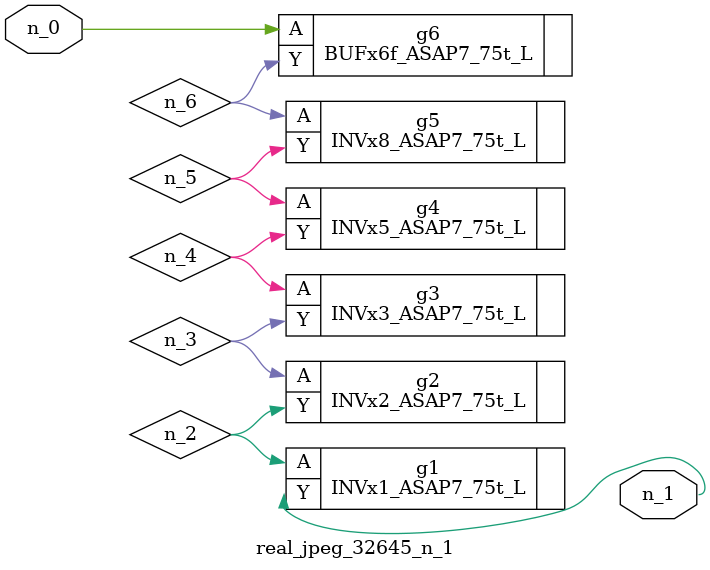
<source format=v>
module real_jpeg_32645_n_1 (n_0, n_1);

input n_0;

output n_1;

wire n_5;
wire n_4;
wire n_2;
wire n_6;
wire n_3;

BUFx6f_ASAP7_75t_L g6 ( 
.A(n_0),
.Y(n_6)
);

INVx1_ASAP7_75t_L g1 ( 
.A(n_2),
.Y(n_1)
);

INVx2_ASAP7_75t_L g2 ( 
.A(n_3),
.Y(n_2)
);

INVx3_ASAP7_75t_L g3 ( 
.A(n_4),
.Y(n_3)
);

INVx5_ASAP7_75t_L g4 ( 
.A(n_5),
.Y(n_4)
);

INVx8_ASAP7_75t_L g5 ( 
.A(n_6),
.Y(n_5)
);


endmodule
</source>
